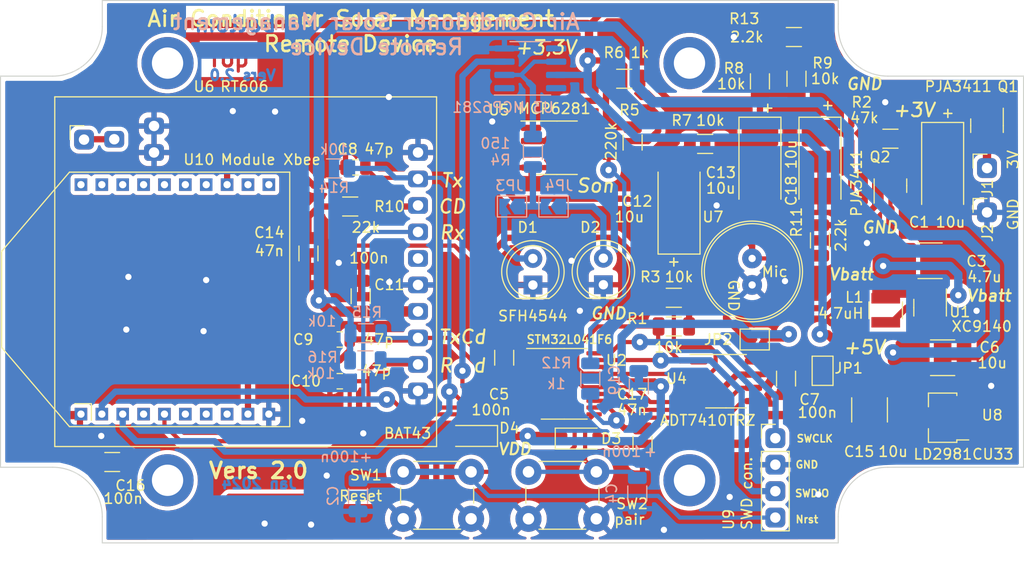
<source format=kicad_pcb>
(kicad_pcb (version 20221018) (generator pcbnew)
  (layers (0 "F.Cu" signal) (31 "B.Cu" signal) (34 "B.Paste" user) (35 "F.Paste" user) (36 "B.SilkS" user "B.Silkscreen") (37 "F.SilkS" user "F.Silkscreen") (38 "B.Mask" user) (39 "F.Mask" user) (44 "Edge.Cuts" user))
  (net 0 "")
  (net 1 "+3V0")
  (net 2 "GND")
  (net 3 "/Reset")
  (net 4 "/Vbatt")
  (net 5 "+5V")
  (net 6 "/UserBP")
  (net 7 "/DataIn")
  (net 8 "/TxCmde")
  (net 9 "/RxCmde")
  (net 10 "/MiC")
  (net 11 "/MIC_InAOP")
  (net 12 "/CarrierDetect")
  (net 13 "/VtGND")
  (net 14 "/LED_Top")
  (net 15 "/LED_Side")
  (net 16 "/SWCLK")
  (net 17 "/SWDIO")
  (net 18 "/LED")
  (net 19 "/Lx")
  (net 20 "/BoostEn")
  (net 21 "/Out_LED")
  (net 22 "/CR_AOP")
  (net 23 "/MicroPhone")
  (net 24 "/CD")
  (net 25 "/CT")
  (net 26 "/INT")
  (net 27 "/CmdeLED_IR")
  (net 28 "/DataOut")
  (net 29 "/SCL")
  (net 30 "/SDA")
  (net 38 "/Ant")
  (net 39 "/piles")
  (net 40 "VDD")
  (net 41 "/Pwr_ADT7410")
  (net 42 "+3V3")
  (net 43 "Net-(C18-Pad1)")
  (net 44 "/Son")
  (footprint "LibKiCad_PjtDeviceManagePV:SW" (layer "F.Cu") (at 64.75 110.5 180)
    (fp_text reference "SW1")
    (fp_text value "BP")
  )
  (footprint "Package_TO_SOT_SMD:SOT-23" (layer "F.Cu") (at 108.25 80.75 90)
    (fp_text reference "Q2")
    (fp_text value "PJA3411")
  )
  (footprint "Capacitor_Tantalum_SMD:CP_EIA-7132-20_AVX-U" (layer "F.Cu") (at 113.25 79 -90)
    (fp_text reference "C1")
    (fp_text value "10u")
  )
  (footprint "Jumper:SolderJumper-2_P1.3mm_Open_TrianglePad1.0x1.5mm" (layer "F.Cu") (at 95.25 95.5)
    (fp_text reference "JP2")
    (fp_text value "SolderJumper_2_Open")
  )
  (footprint "Jumper:SolderJumper-2_P1.3mm_Open_TrianglePad1.0x1.5mm" (layer "F.Cu") (at 101.75 98.5 -90)
    (fp_text reference "JP1")
    (fp_text value "SolderJumper_2_Open")
  )
  (footprint "LibKiCad_PjtDeviceManagePV:PinHeader1Pt" (layer "F.Cu") (at 117.5 79)
    (fp_text reference "J1")
    (fp_text value "pin")
  )
  (footprint "Capacitor_SMD:C_1206_3216Metric" (layer "F.Cu") (at 57.5 91.35 90)
    (fp_text reference "C11")
    (fp_text value "100n")
  )
  (footprint "Package_TO_SOT_SMD:SOT-23" (layer "F.Cu") (at 117.5 75 -90)
    (fp_text reference "Q1")
    (fp_text value "PJA3411")
  )
  (footprint "Resistor_SMD:R_1206_3216Metric" (layer "F.Cu") (at 99 66.5)
    (fp_text reference "R13")
    (fp_text value "2.2k")
  )
  (footprint "LibKiCad_INSA:XBEE-3-TH" (layer "F.Cu") (at 50.705 103.855 90)
    (fp_text reference "U10")
    (fp_text value "XBEE-3")
  )
  (footprint "Resistor_SMD:R_1206_3216Metric" (layer "F.Cu") (at 87.5 94.25 180)
    (fp_text reference "R1")
    (fp_text value "10k")
  )
  (footprint "Diode_SMD:D_SOD-123" (layer "F.Cu") (at 78.5 105)
    (fp_text reference "D3")
    (fp_text value "BAT43W-V")
  )
  (footprint "LED_THT:LED_D5.0mm_IRGrey" (layer "F.Cu") (at 80.75 90.25 90)
    (fp_text reference "D2")
    (fp_text value "SFH4544")
  )
  (footprint "Package_SO:SOIC-8_3.9x4.9mm_P1.27mm" (layer "F.Cu") (at 76.30125 77.115)
    (fp_text reference "U5")
    (fp_text value "MCP6281")
  )
  (footprint "Resistor_SMD:R_1206_3216Metric" (layer "F.Cu") (at 87.5 91.5 180)
    (fp_text reference "R3")
    (fp_text value "10k")
  )
  (footprint "Capacitor_SMD:C_1206_3216Metric" (layer "F.Cu") (at 71.25 97.25 90)
    (fp_text reference "C5")
    (fp_text value "100n")
  )
  (footprint "Capacitor_SMD:C_1206_3216Metric" (layer "F.Cu") (at 52.5 87.25 -90)
    (fp_text reference "C14")
    (fp_text value "47n")
  )
  (footprint "Inductor_SMD:L_Abracon_ASPI-3012S" (layer "F.Cu") (at 107.8 92.7 90)
    (fp_text reference "L1")
    (fp_text value "4.7u")
  )
  (footprint "Capacitor_SMD:C_1206_3216Metric" (layer "F.Cu") (at 84.5 105.5 -90)
    (fp_text reference "C17")
    (fp_text value "47n")
  )
  (footprint "Capacitor_SMD:C_0805_2012Metric" (layer "F.Cu") (at 55.5 95.5 180)
    (fp_text reference "C9")
    (fp_text value "47p")
  )
  (footprint "Capacitor_SMD:C_1206_3216Metric" (layer "F.Cu") (at 98.25 99.25 -90)
    (fp_text reference "C7")
    (fp_text value "100n")
  )
  (footprint "Capacitor_Tantalum_SMD:CP_EIA-7132-20_AVX-U" (layer "F.Cu") (at 101.5 78.5 -90)
    (fp_text reference "C18")
    (fp_text value "10u")
  )
  (footprint "LibKiCad_PjtDeviceManagePV:PinHeader1Pt" (layer "F.Cu") (at 117.5 83.25)
    (fp_text reference "J2")
    (fp_text value "pin")
  )
  (footprint "Package_SO:TSSOP-20_4.4x6.5mm_P0.65mm" (layer "F.Cu") (at 77 99.75)
    (fp_text reference "U2")
    (fp_text value "STM32L041F6Px")
  )
  (footprint "Capacitor_SMD:C_1812_4532Metric" (layer "F.Cu") (at 113.25 97.25)
    (fp_text reference "C6")
    (fp_text value "10u")
  )
  (footprint "Resistor_SMD:R_1206_3216Metric" (layer "F.Cu") (at 90.5 76.75)
    (fp_text reference "R7")
    (fp_text value "10k")
  )
  (footprint "Resistor_SMD:R_1206_3216Metric" (layer "F.Cu") (at 82.75 70.5 180)
    (fp_text reference "R6")
    (fp_text value "1k")
  )
  (footprint "Resistor_SMD:R_1206_3216Metric" (layer "F.Cu") (at 108.25 76.25 180)
    (fp_text reference "R2")
    (fp_text value "47k")
  )
  (footprint "Capacitor_SMD:C_0805_2012Metric" (layer "F.Cu") (at 57 79 180)
    (fp_text reference "C8")
    (fp_text value "47p")
  )
  (footprint "Resistor_SMD:R_1206_3216Metric" (layer "F.Cu") (at 83.55125 76.615 -90)
    (fp_text reference "R5")
    (fp_text value "220k")
  )
  (footprint "Package_SO:SOP-8_3.9x4.9mm_P1.27mm" (layer "F.Cu") (at 92.5 99.5)
    (fp_text reference "U4")
    (fp_text value "ADT7410TRZ")
  )
  (footprint "Capacitor_Tantalum_SMD:CP_EIA-7132-20_AVX-U" (layer "F.Cu") (at 88 83 90)
    (fp_text reference "C12")
    (fp_text value "10u")
  )
  (footprint "Diode_SMD:D_SOD-123" (layer "F.Cu") (at 68.25 104.75 180)
    (fp_text reference "D4")
    (fp_text value "BAT43W-V")
  )
  (footprint "Capacitor_SMD:C_1206_3216Metric" (layer "F.Cu") (at 33.7 107.25)
    (fp_text reference "C16")
    (fp_text value "100n")
  )
  (footprint "Resistor_SMD:R_1206_3216Metric" (layer "F.Cu") (at 99.25 70.5 90)
    (fp_text reference "R9")
    (fp_text value "10k")
  )
  (footprint "Capacitor_SMD:C_1812_4532Metric" (layer "F.Cu") (at 106.25 102.25 90)
    (fp_text reference "C15")
    (fp_text value "10u")
  )
  (footprint "Capacitor_Tantalum_SMD:CP_EIA-7132-20_AVX-U" (layer "F.Cu") (at 95.75 78.5 -90)
    (fp_text reference "C13")
    (fp_text value "10u")
  )
  (footprint "LED_THT:LED_D5.0mm_IRGrey" (layer "F.Cu") (at 74 90.275 90)
    (fp_text reference "D1")
    (fp_text value "SFH4544")
  )
  (footprint "LibKiCad_PjtDeviceManagePV:RT606" (layer "F.Cu") (at 47.5 89)
    (fp_text reference "U6")
    (fp_text value "RT606")
  )
  (footprint "LibKiCad_PjtDeviceManagePV:SW" (layer "F.Cu") (at 76.75 110.5 180)
    (fp_text reference "SW2")
    (fp_text value "BP")
  )
  (footprint "Capacitor_SMD:C_1812_4532Metric" (layer "F.Cu") (at 112.05 87.95)
    (fp_text reference "C3")
    (fp_text value "4.7u")
  )
  (footprint "Package_TO_SOT_SMD:SOT-23-5" (layer "F.Cu") (at 112.05 92.45 -90)
    (fp_text reference "U1")
    (fp_text value "XC9140")
  )
  (footprint "Capacitor_SMD:C_0805_2012Metric" (layer "F.Cu") (at 55.5 99.5 180)
    (fp_text reference "C10")
    (fp_text value "47p")
  )
  (footprint "Resistor_SMD:R_1206_3216Metric" (layer "F.Cu") (at 56.5 82.75)
    (fp_text reference "R10")
    (fp_text value "22k")
  )
  (footprint "Package_TO_SOT_SMD:SOT-89-3_Handsoldering" (layer "F.Cu") (at 113.25 103 180)
    (fp_text reference "U8")
    (fp_text value "LD2981CU33")
  )
  (footprint "LibKiCad_PjtDeviceManagePV:PinHeader1Pt" (layer "F.Cu") (at 31 76.273)
    (fp_text reference "J3" hide)
    (fp_text value "Ant")
  )
  (footprint "Resistor_SMD:R_1206_3216Metric" (layer "F.Cu") (at 95.75 70.75 -90)
    (fp_text reference "R8")
    (fp_text value "10k")
  )
  (footprint "Resistor_SMD:R_1206_3216Metric" (layer "F.Cu") (at 101.5 86 -90)
    (fp_text reference "R11")
    (fp_text value "2.2k")
  )
  (footprint "LibKiCad_PjtDeviceManagePV:Microphone" (layer "F.Cu") (at 95 89 -90)
    (fp_text reference "U7")
    (fp_text value "Microphone")
  )
  (footprint "LibKiCad_PjtDeviceManagePV:PinHeader4pts" (layer "F.Cu") (at 97.5 107.75)
    (fp_text reference "U9")
    (fp_text value "Con_4pts")
  )
  (footprint "Jumper:SolderJumper-2_P1.3mm_Open_TrianglePad1.0x1.5mm" (layer "B.Cu") (at 72 82.75 180)
    (fp_text reference "JP3")
    (fp_text value "SolderJumper_2_Open")
  )
  (footprint "Resistor_SMD:R_1206_3216Metric" (layer "B.Cu") (at 79.5 99.25 -90)
    (fp_text reference "R12")
    (fp_text value "1k")
  )
  (footprint "Resistor_SMD:R_1206_3216Metric" (layer "B.Cu") (at 54.95 79.1)
    (fp_text reference "R14")
    (fp_text value "10k")
  )
  (footprint "Resistor_SMD:R_1206_3216Metric" (layer "B.Cu") (at 58 94.9)
    (fp_text reference "R15")
    (fp_text value "10k")
  )
  (footprint "Capacitor_SMD:C_1206_3216Metric" (layer "B.Cu") (at 84 110.25 -90)
    (fp_text reference "C4")
    (fp_text value "100n")
  )
  (footprint "Package_SO:SOIC-8_3.9x4.9mm_P1.27mm" (layer "B.Cu") (at 73.75 69.5)
    (fp_text reference "U3")
    (fp_text value "MCP6281")
  )
  (footprint "Capacitor_SMD:C_1206_3216Metric" (layer "B.Cu") (at 84.15 100 -90)
    (fp_text reference "C19")
    (fp_text value "100n")
  )
  (footprint "Jumper:SolderJumper-2_P1.3mm_Open_TrianglePad1.0x1.5mm" (layer "B.Cu") (at 75.975 82.75 180)
    (fp_text reference "JP4")
    (fp_text value "SolderJumper_2_Open")
  )
  (footprint "Resistor_SMD:R_1206_3216Metric" (layer "B.Cu") (at 74 77.5 90)
    (fp_text reference "R4")
    (fp_text value "150")
  )
  (footprint "Resistor_SMD:R_1206_3216Metric" (layer "B.Cu") (at 57.95 97.5)
    (fp_text reference "R16")
    (fp_text value "10k")
  )
  (footprint "Capacitor_SMD:C_1206_3216Metric" (layer "B.Cu") (at 57.25 110.5 -90)
    (fp_text reference "C2")
    (fp_text value "100n")
  )
  (gr_line (start 28 107.75) (end 23 107.75) (stroke (width 0.1)) (layer "Edge.Cuts"))
  (gr_line (start 103.25 112.5) (end 103.25 115) (stroke (width 0.1)) (layer "Edge.Cuts"))
  (gr_line (start 108 107.75) (end 121 107.75) (stroke (width 0.1)) (layer "Edge.Cuts"))
  (gr_line (start 32.75 63) (end 103.25 63) (stroke (width 0.1)) (layer "Edge.Cuts"))
  (gr_line (start 121 70.25) (end 121 107.75) (stroke (width 0.1)) (layer "Edge.Cuts"))
  (gr_line (start 32.75 65.5) (end 32.75 63) (stroke (width 0.1)) (layer "Edge.Cuts"))
  (gr_arc (start 103.25 112.5) (mid 104.641243 109.141243) (end 108 107.75) (stroke (width 0.1)) (layer "Edge.Cuts"))
  (gr_arc (start 28 107.75) (mid 31.358757 109.141243) (end 32.75 112.5) (stroke (width 0.1)) (layer "Edge.Cuts"))
  (gr_line (start 23 107.75) (end 23 70.25) (stroke (width 0.1)) (layer "Edge.Cuts"))
  (gr_line (start 32.75 112.5) (end 32.75 115) (stroke (width 0.1)) (layer "Edge.Cuts"))
  (gr_line (start 28 70.25) (end 23 70.25) (stroke (width 0.1)) (layer "Edge.Cuts"))
  (gr_line (start 103.256565 65.250346) (end 103.25 63) (stroke (width 0.1)) (layer "Edge.Cuts"))
  (gr_line (start 103.25 115) (end 32.75 115) (stroke (width 0.1)) (layer "Edge.Cuts"))
  (gr_arc (start 108 70.25) (mid 104.554107 68.7693) (end 103.256565 65.250346) (stroke (width 0.1)) (layer "Edge.Cuts"))
  (gr_line (start 108 70.25) (end 121 70.25) (stroke (width 0.1)) (layer "Edge.Cuts"))
  (gr_arc (start 32.75 65.5) (mid 31.358757 68.858757) (end 28 70.25) (stroke (width 0.1)) (layer "Edge.Cuts"))
  (gr_text "Top" (at 44.85 68.6) (layer "F.Cu") (effects (font (size 1.5 1.5) (thickness 0.3))))
  (gr_text "bottom" (at 45.5 65.25) (layer "B.Cu") (effects (font (size 1.5 1.5) (thickness 0.3)) (justify mirror)))
  (gr_text "Jan 2024" (at 51.5 109.9) (layer "B.Cu") (effects (font (size 1 1) (thickness 0.25) bold) (justify left bottom mirror)))
  (gr_text "Vers 2.0" (at 49.5 70.75) (layer "B.Cu") (effects (font (size 1 1) (thickness 0.25) bold) (justify left bottom mirror)))
  (gr_text "+" (at 85.25 106.25) (layer "B.SilkS") (effects (font (size 1 1)) (justify mirror)))
  (gr_text "100n" (at 55.5 106.75) (layer "B.SilkS") (effects (font (size 1 1)) (justify mirror)))
  (gr_text "100n" (at 82.5 106.25) (layer "B.SilkS") (effects (font (size 1 1)) (justify mirror)))
  (gr_text "+" (at 58 106.75) (layer "B.SilkS") (effects (font (size 1 1)) (justify mirror)))
  (gr_text "1k" (at 76.25 99.75) (layer "B.SilkS") (effects (font (size 1 1)) (justify mirror)))
  (gr_text "150" (at 70.4 76.7) (layer "B.SilkS") (effects (font (size 1 1)) (justify mirror)))
  (gr_text "MCP6281" (at 69.75 73.25) (layer "B.SilkS") (effects (font (size 1 1)) (justify mirror)))
  (gr_text "Air Conditioner Solar Management\nRemote Device" (at 59 66.25) (layer "B.SilkS") (effects (font (size 1.5 1.5) (thickness 0.25)) (justify mirror)))
  (gr_text "GND\n" (at 120 83.5 90) (layer "F.SilkS") (effects (font (size 1 1))))
  (gr_text "ADT7410TRZ" (at 90.75 103.25) (layer "F.SilkS") (effects (font (size 1 1))))
  (gr_text "47k" (at 105.75 74.25) (layer "F.SilkS") (effects (font (size 1 1))))
  (gr_text "10k" (at 91 74.5) (layer "F.SilkS") (effects (font (size 1 1))))
  (gr_text "Tx" (at 66.25 80.25) (layer "F.SilkS") (effects (font (size 1.3 1.3) (thickness 0.2) italic)))
  (gr_text "47p" (at 59.25 95.5) (layer "F.SilkS") (effects (font (size 1 1))))
  (gr_text "1k" (at 84.25 68) (layer "F.SilkS") (effects (font (size 1 1))))
  (gr_text "Air Conditioner Solar Management\nRemote Device" (at 56.55 65.95) (layer "F.SilkS") (effects (font (size 1.5 1.5) (thickness 0.25))))
  (gr_text "2.2k\n" (at 103.5 85.5 90) (layer "F.SilkS") (effects (font (size 1 1))))
  (gr_text "100n\n" (at 101.25 102.5) (layer "F.SilkS") (effects (font (size 1 1))))
  (gr_text "10k" (at 87 96.25) (layer "F.SilkS") (effects (font (size 1 1))))
  (gr_text "Reset" (at 57.5 110.5) (layer "F.SilkS") (effects (font (size 1 1))))
  (gr_text "+3,3V" (at 75.25 67.5) (layer "F.SilkS") (effects (font (size 1.3 1.3) (thickness 0.2) italic)))
  (gr_text "10k" (at 102 70.5) (layer "F.SilkS") (effects (font (size 1 1))))
  (gr_text "PJA3411" (at 105 80.5 90) (layer "F.SilkS") (effects (font (size 1 1))))
  (gr_text "MCP6281" (at 76.05125 73.365) (layer "F.SilkS") (effects (font (size 1 1))))
  (gr_text "GND" (at 81.25 93) (layer "F.SilkS") (effects (font (size 1.1 1.1) (thickness 0.2) italic)))
  (gr_text "Vers 2.0" (at 42.8 108.95) (layer "F.SilkS") (effects (font (size 1.5 1.5) (thickness 0.3) bold) (justify left bottom)))
  (gr_text "LD2981CU33" (at 115.25 106.5) (layer "F.SilkS") (effects (font (size 1 1))))
  (gr_text "4.7u" (at 117.25 89.5) (layer "F.SilkS") (effects (font (size 1 1))))
  (gr_text "10u" (at 83.25 83.75) (layer "F.SilkS") (effects (font (size 1 1))))
  (gr_text "+" (at 102.25 73) (layer "F.SilkS") (effects (font (size 1 1))))
  (gr_text "R  d" (at 67.25 98) (layer "F.SilkS") (effects (font (size 1.3 1.3) (thickness 0.2) italic)))
  (gr_text "+" (at 87.5 88) (layer "F.SilkS") (effects (font (size 1 1))))
  (gr_text "47n" (at 83.5 102.25) (layer "F.SilkS") (effects (font (size 1 1))))
  (gr_text "SWCLK" (at 101 105) (layer "F.SilkS") (effects (font (size 0.7 0.7))))
  (gr_text "SFH4544" (at 74 93.25) (layer "F.SilkS") (effects (font (size 1 1))))
  (gr_text "22k" (at 58 84.75) (layer "F.SilkS") (effects (font (size 1 1))))
  (gr_text "10u" (at 118 97.75) (layer "F.SilkS") (effects (font (size 1 1))))
  (gr_text "Vbatt" (at 117.6995 91.3) (layer "F.SilkS") (effects (font (size 1.1 1.1) (thickness 0.2) italic)))
  (gr_text "SWDIO" (at 100.75 110.25) (layer "F.SilkS") (effects (font (size 0.7 0.7))))
  (gr_text "10u" (at 98.75 77.75 90) (layer "F.SilkS") (effects (font (size 1 1))))
  (gr_text "3V" (at 120 78.25 90) (layer "F.SilkS") (effects (font (size 1 1))))
  (gr_text "RT606 " (at 46.75 71.25) (layer "F.SilkS") (effects (font (size 1 1))))
  (gr_text "PJA3411" (at 114.75 71.25) (layer "F.SilkS") (effects (font (size 1 1))))
  (gr_text "47n" (at 48.75 87) (layer "F.SilkS") (effects (font (size 1 1))))
  (gr_text "10k" (at 93 71) (layer "F.SilkS") (effects (font (size 1 1))))
  (gr_text "220k" (at 81.5 76.5 90) (layer "F.SilkS") (effects (font (size 1 1))))
  (gr_text "2.2k\n" (at 94.5 66.5) (layer "F.SilkS") (effects (font (size 1 1))))
  (gr_text "Mic\n" (at 98.5 89) (layer "F.SilkS") (effects (font (size 1 1)) (justify right)))
  (gr_text "XC9140" (at 117 94.25) (layer "F.SilkS") (effects (font (size 1 1))))
  (gr_text "CD" (at 66.25 82.75) (layer "F.SilkS") (effects (font (size 1.3 1.3) (thickness 0.2) italic)))
  (gr_text "SWD con." (at 94.5 110.25 90) (layer "F.SilkS") (effects (font (size 1 1))))
  (gr_text "BAT43" (at 62 104.5) (layer "F.SilkS") (effects (font (size 1 1))))
  (gr_text "100n" (at 58.3 87.7) (layer "F.SilkS") (effects (font (size 1 1))))
  (gr_text "Son" (at 80 80.75) (layer "F.SilkS") (effects (font (size 1.3 1.3) (thickness 0.2) italic)))
  (gr_text "TxCd" (at 67.25 95.25) (layer "F.SilkS") (effects (font (size 1.3 1.3) (thickness 0.2) italic)))
  (gr_text "100n" (at 34.75 110.75) (layer "F.SilkS") (effects (font (size 1 1))))
  (gr_text "GND" (at 105.75 71) (layer "F.SilkS") (effects (font (size 1.1 1.1) (thickness 0.2) italic)))
  (gr_text "Vbatt" (at 104.5 89.25) (layer "F.SilkS") (effects (font (size 1.1 1.1) (thickness 0.2) italic)))
  (gr_text "Nrst" (at 100.25 112.75) (layer "F.SilkS") (effects (font (size 0.7 0.7))))
  (gr_text "+" (at 113.75 73.75) (layer "F.SilkS") (effects (font (size 1 1)) (justify mirror)))
  (gr_text "GND" (at 107.25 84.75) (layer "F.SilkS") (effects (font (size 1.1 1.1) (thickness 0.2) italic)))
  (gr_text "+5V" (at 105.75 96.25) (layer "F.SilkS") (effects (font (size 1.3 1.3) (thickness 0.2) italic)))
  (gr_text "VDD" (at 72.25 106) (layer "F.SilkS") (effects (font (size 1.1 1.1) (thickness 0.2) italic)))
  (gr_text "Rx" (at 66.25 85.25) (layer "F.SilkS") (effects (font (size 1.3 1.3) (thickness 0.2) italic)))
  (gr_text "100n" (at 70 102.25) (layer "F.SilkS") (effects (font (size 1 1))))
  (gr_text "10u" (at 108.5 106.25) (layer "F.SilkS") (effects (font (size 1 1))))
  (gr_text "10u" (at 114 84.25) (layer "F.SilkS") (effects (font (size 1 1))))
  (gr_text "+" (at 96.5 73.25) (layer "F.SilkS") (effects (font (size 1 1))))
  (gr_text "GND\n" (at 100.25 107.5) (layer "F.SilkS") (effects (font (size 0.7 0.7))))
  (gr_text "10u" (at 92 81) (layer "F.SilkS") (effects (font (size 1 1))))
  (gr_text "STM32L041F6" (at 77.5 95.5) (layer "F.SilkS") (effects (font (size 0.8 0.8))))
  (gr_text "47p" (at 59 98.5) (layer "F.SilkS") (effects (font (size 1 1))))
  (gr_text "+3V" (at 110.5 73.5) (layer "F.SilkS") (effects (font (size 1.3 1.3) (thickness 0.2) italic)))
  (gr_text "10k" (at 88 89.5) (layer "F.SilkS") (effects (font (size 1 1))))
  (gr_text "pair" (at 83.25 112.75) (layer "F.SilkS") (effects (font (size 1 1))))
  (gr_text " Module Xbee" (at 48.5 78.25) (layer "F.SilkS") (effects (font (size 1 1))))
  (gr_text "4.7uH" (at 103.5 93) (layer "F.SilkS") (effects (font (size 1 1))))
  (gr_text "47p" (at 59.25 77.25) (layer "F.SilkS") (effects (font (size 1 1))))
  (via locked (at 39 109) (size 5) (drill 3) (layers "F.Cu" "B.Cu") (net 0))
  (via locked (at 89 109) (size 5) (drill 3) (layers "F.Cu" "B.Cu") (net 0))
  (via locked (at 89 69) (size 5) (drill 3) (layers "F.Cu" "B.Cu") (net 0))
  (via locked (at 39 69) (size 5) (drill 3) (layers "F.Cu" "B.Cu") (net 0))
  (segment (start 116.55 74.0625) (end 116.55 71.7) (width 0.8) (layer "F.Cu") (net 1))
  (segment (start 80.4 105.25) (end 80.15 105) (width 0.6) (layer "F.Cu") (net 1))
  (segment (start 102 106) (end 102.75 106.75) (width 0.8) (layer "F.Cu") (net 1))
  (segment (start 118.5 106.75) (end 120 105.25) (width 0.8) (layer "F.Cu") (net 1))
  (segment (start 113.75 71.5) (end 113.25 72) (width 0.8) (layer "F.Cu") (net 1))
  (segment (start 116.55 71.7) (end 116.75 71.5) (width 0.8) (layer "F.Cu") (net 1))
  (segment (start 113.25 72) (end 113.25 76.025) (width 0.8) (layer "F.Cu") (net 1))
  (segment (start 120 105.25) (end 120 72.75) (width 0.8) (layer "F.Cu") (net 1))
  (segment (start 116.75 71.5) (end 113.75 71.5) (width 0.8) (layer "F.Cu") (net 1))
  (segment (start 100.75 102.75) (end 102 104) (width 0.8) (layer "F.Cu") (net 1))
  (segment (start 113.475 76.25) (end 109.7125 76.25) (width 1) (layer "F.Cu") (net 1))
  (segment (start 118.75 71.5) (end 116.75 71.5) (width 0.8) (layer "F.Cu") (net 1))
  (segment (start 109.7125 76.25) (end 109.7125 81.175) (width 0.8) (layer "F.Cu") (net 1))
  (segment (start 102.75 106.75) (end 118.5 106.75) (width 0.8) (layer "F.Cu") (net 1))
  (segment (start 109.7125 81.175) (end 109.2 81.6875) (width 0.6) (layer "F.Cu") (net 1))
  (segment (start 120 72.75) (end 118.75 71.5) (width 0.8) (layer "F.Cu") (net 1))
  (segment (start 95.25 103.5) (end 96 102.75) (width 0.8) (layer "F.Cu") (net 1))
  (segment (start 95.25 104.75) (end 95.25 103.5) (width 0.8) (layer "F.Cu") (net 1))
  (segment (start 94.5 105.5) (end 95.25 104.75) (width 0.8) (layer "F.Cu") (net 1))
  (segment (start 96 102.75) (end 100.75 102.75) (width 0.8) (layer "F.Cu") (net 1))
  (segment (start 81 105) (end 81.5 105.5) (width 0.8) (layer "F.Cu") (net 1))
  (segment (start 80.15 105) (end 81 105) (width 0.8) (layer "F.Cu") (net 1))
  (segment (start 102 104) (end 102 106) (width 0.8) (layer "F.Cu") (net 1))
  (segment (start 81.5 105.5) (end 94.5 105.5) (width 0.8) (layer "F.Cu") (net 1))
  (segment (start 89.875 100.135) (end 89.875 101.405) (width 0.4) (layer "F.Cu") (net 2))
  (segment (start 78.825 100.075) (end 79.8625 100.075) (width 0.4) (layer "F.Cu") (net 2))
  (segment (start 92.25 100.15) (end 89.99 100.15) (width 0.6) (layer "F.Cu") (net 2))
  (segment (start 106.25 96.5) (end 105.25 95.5) (width 0.6) (layer "F.Cu") (net 2))
  (segment (start 95.125 98.865) (end 93.635 98.865) (width 0.6) (layer "F.Cu") (net 2))
  (segment (start 71.975 90.275) (end 74 90.275) (width 0.6) (layer "F.Cu") (net 2))
  (segment (start 75.575 96.825) (end 78.825 100.075) (width 0.4) (layer "F.Cu") (net 2))
  (segment (start 105.25 95.5) (end 105.25 87) (width 0.6) (layer "F.Cu") (net 2))
  (segment (start 85.25 101.5) (end 89.78 101.5) (width 0.4) (layer "F.Cu") (net 2))
  (segment (start 83.825 100.075) (end 85.25 101.5) (width 0.4) (layer "F.Cu") (net 2))
  (segment (start 74.1375 96.1375) (end 73.75 95.75) (width 0.4) (layer "F.Cu") (net 2))
  (segment (start 93.535 98.865) (end 93.635 98.865) (width 0.6) (layer "F.Cu") (net 2))
  (segment (start 74.1375 96.825) (end 74.1375 96.1375) (width 0.4) (layer "F.Cu") (net 2))
  (segment (start 74.1375 96.825) (end 75.575 96.825) (width 0.4) (layer "F.Cu") (net 2))
  (segment (start 71.275 95.75) (end 71.25 95.775) (width 0.4) (layer "F.Cu") (net 2))
  (segment (start 71.25 91) (end 71.975 90.275) (width 0.6) (layer "F.Cu") (net 2))
  (segment (start 95.75 81.275) (end 101.5 81.275) (width 0.6) (layer "F.Cu") (net 2))
  (segment (start 89.78 101.5) (end 89.875 101.405) (width 0.4) (layer "F.Cu") (net 2))
  (segment (start 105.25 87) (end 106 86.25) (width 0.6) (layer "F.Cu") (net 2))
  (segment (start 112.05 88.7) (end 112.05 91.3125) (width 0.6) (layer "F.Cu") (net 2))
  (segment (start 106.25 100.2) (end 106.25 96.5) (width 0.6) (layer "F.Cu") (net 2))
  (segment (start 79.8625 100.075) (end 83.825 100.075) (width 0.4) (layer "F.Cu") (net 2))
  (segment (start 71.25 95.775) (end 71.25 91) (width 0.6) (layer "F.Cu") (net 2))
  (segment (start 114.1 87.95) (end 112.8 87.95) (width 0.6) (layer "F.Cu") (net 2))
  (segment (start 73.75 95.75) (end 71.275 95.75) (width 0.4) (layer "F.Cu") (net 2))
  (segment (start 92.25 100.15) (end 93.535 98.865) (width 0.6) (layer "F.Cu") (net 2))
  (segment (start 112.8 87.95) (end 112.05 88.7) (width 0.6) (layer "F.Cu") (net 2))
  (via (at 60.2 72.25) (size 1.6) (drill 0.6) (layers "F.Cu" "B.Cu") (net 2))
  (via (at 60.25 90) (size 1.6) (drill 0.6) (layers "F.Cu" "B.Cu") (net 2))
  (via (at 51.9 103.3) (size 1.6) (drill 0.6) (layers "F.Cu" "B.Cu") (net 2))
  (via (at 70.1 74.6) (size 1.6) (drill 0.6) (layers "F.Cu" "B.Cu") (net 2))
  (via (at 91.6 82.65) (size 1.6) (drill 0.6) (layers "F.Cu" "B.Cu") (net 2))
  (via (at 55.4 88.15) (size 1.6) (drill 0.6) (layers "F.Cu" "B.Cu") (net 2))
  (via (at 98.15 89.9) (size 1.6) (drill 0.6) (layers "F.Cu" "B.Cu") (net 2))
  (via (at 54.25 108.55) (size 1.6) (drill 0.6) (layers "F.Cu" "B.Cu") (net 2))
  (via (at 32.65 104.75) (size 1.6) (drill 0.6) (layers "F.Cu" "B.Cu") (net 2))
  (via (at 49.3 73.65) (size 1.6) (drill 0.6) (layers "F.Cu" "B.Cu") (net 2))
  (via (at 48.3 113.15) (size 1.6) (drill 0.6) (layers "F.Cu" "B.Cu") (net 2))
  (via (at 45.25 73.6) (size 1.6) (drill 0.6) (layers "F.Cu" "B.Cu") (net 2))
  (via (at 35.25 89.5) (size 1.6) (drill 0.6) (layers "F.Cu" "B.Cu") (net 2))
  (via (at 107.75 72.75) (size 1.6) (drill 0.6) (layers "F.Cu" "B.Cu") (net 2))
  (via (at 106 86.25) (size 1.6) (drill 0.6) (layers "F.Cu" "B.Cu") (net 2))
  (via (at 35.05 94.55) (size 1.6) (drill 0.6) (layers "F.Cu" "B.Cu") (net 2))
  (via (at 92.85 110.6) (size 1.6) (drill 0.6) (layers "F.Cu" "B.Cu") (net 2))
  (via (at 78.5 92.75) (size 1.6) (drill 0.6) (layers "F.Cu" "B.Cu") (net 2))
  (via (at 57.75 104.5) (size 1.6) (drill 0.6) (layers "F.Cu" "B.Cu") (net 2))
  (via (at 116.5 92.75) (size 1.6) (drill 0.6) (layers "F.Cu" "B.Cu") (net 2))
  (via (at 42.45 94.7) (size 1.6) (drill 0.6) (layers "F.Cu" "B.Cu") (net 2))
  (via (at 93.25 66.5) (size 1.6) (drill 0.6) (layers "F.Cu" "B.Cu") (net 2))
  (via (at 77.7 87.95) (size 1.6) (drill 0.6) (layers "F.Cu" "B.Cu") (net 2))
  (via (at 52.75 113.25) (size 1.6) (drill 0.6) (layers "F.Cu" "B.Cu") (net 2))
  (via (at 101.35 110.35) (size 1.6) (drill 0.6) (layers "F.Cu" "B.Cu") (net 2))
  (via (at 117.9 99.95) (size 1.6) (drill 0.6) (layers "F.Cu" "B.Cu") (net 2))
  (via (at 42.7 89.8) (size 1.6) (drill 0.6) (layers "F.Cu" "B.Cu") (net 2))
  (via (at 86.55 113.75) (size 1.6) (drill 0.6) (layers "F.Cu" "B.Cu") (net 2))
  (segment (start 76.025 98.775) (end 78 100.75) (width 0.4) (layer "F.Cu") (net 3))
  (segment (start 70.06 108.19) (end 68.076 108.19) (width 0.4) (layer "F.Cu") (net 3))
  (segment (start 78 100.75) (end 78 105.75) (width 0.4) (layer "F.Cu") (net 3))
  (segment (start 78 105.75) (end 77.5 106.25) (width 0.4) (layer "F.Cu") (net 3))
  (segment (start 74.1375 98.775) (end 76.025 98.775) (width 0.4) (layer "F.Cu") (net 3))
  (segment (start 77.5 106.25) (end 72 106.25) (width 0.4) (layer "F.Cu") (net 3))
  (segment (start 72 106.25) (end 70.06 108.19) (width 0.4) (layer "F.Cu") (net 3))
  (segment (start 68.076 108.826) (end 68.076 108.19) (width 0.4) (layer "B.Cu") (net 3))
  (segment (start 69.75 110.5) (end 68.076 108.826) (width 0.4) (layer "B.Cu") (net 3))
  (segment (start 61.576 108.19) (end 68.076 108.19) (width 0.6) (layer "B.Cu") (net 3))
  (segment (start 57.275 109) (end 57.25 109.025) (width 0.6) (layer "B.Cu") (net 3))
  (segment (start 97.224 112.576) (end 88.076 112.576) (width 0.4) (layer "B.Cu") (net 3))
  (segment (start 61.576 108.19) (end 60.766 109) (width 0.6) (layer "B.Cu") (net 3))
  (segment (start 88.076 112.576) (end 86 110.5) (width 0.4) (layer "B.Cu") (net 3))
  (segment (start 86 110.5) (end 69.75 110.5) (width 0.4) (layer "B.Cu") (net 3))
  (segment (start 60.766 109) (end 57.275 109) (width 0.6) (layer "B.Cu") (net 3))
  (segment (start 109.7 87.95) (end 110 87.95) (width 0.8) (layer "F.Cu") (net 4))
  (segment (start 108.25 83) (end 108.25 86.5) (width 0.8) (layer "F.Cu") (net 4))
  (segment (start 107.55 87.2) (end 107.55 88.45) (width 0.8) (layer "F.Cu") (net 4))
  (segment (start 114.6875 91.3125) (end 114.75 91.25) (width 0.4) (layer "F.Cu") (net 4))
  (segment (start 108.25 86.5) (end 107.55 87.2) (width 0.8) (layer "F.Cu") (net 4))
  (segment (start 108.25 86.5) (end 109.7 87.95) (width 0.8) (layer "F.Cu") (net 4))
  (segment (start 108.25 79.8125) (end 108.25 83) (width 0.4) (layer "F.Cu") (net 4))
  (segment (start 113 91.3125) (end 114.6875 91.3125) (width 0.4) (layer "F.Cu") (net 4))
  (via (at 107.55 88.45) (size 1.6) (drill 0.6) (layers "F.Cu" "B.Cu") (net 4))
  (via (at 114.75 91.25) (size 1.6) (drill 0.6) (layers "F.Cu" "B.Cu") (net 4))
  (segment (start 107.55 88.45) (end 113.95 88.45) (width 0.8) (layer "B.Cu") (net 4))
  (segment (start 113.95 88.45) (end 114.75 89.25) (width 0.8) (layer "B.Cu") (net 4))
  (segment (start 114.75 89.25) (end 114.75 91.25) (width 0.8) (layer "B.Cu") (net 4))
  (segment (start 110 100.5) (end 114.4 100.5) (width 1) (layer "F.Cu") (net 5))
  (segment (start 114.4 100.5) (end 115.4 101.5) (width 1) (layer "F.Cu") (net 5))
  (segment (start 57.665 92.81) (end 57.5 92.975) (width 0.6) (layer "F.Cu") (net 5))
  (segment (start 108.5 97.5) (end 109.25 98.25) (width 1) (layer "F.Cu") (net 5))
  (segment (start 57.5 92.825) (end 54.575 92.825) (width 1) (layer "F.Cu") (net 5))
  (segment (start 108.5 96.75) (end 108.5 97.5) (width 1) (layer "F.Cu") (net 5))
  (segment (start 62.994 92.81) (end 57.665 92.81) (width 1) (layer "F.Cu") (net 5))
  (segment (start 54.575 92.825) (end 53.5 91.75) (width 1) (layer "F.Cu") (net 5))
  (segment (start 109.25 98.25) (end 109.25 99.75) (width 1) (layer "F.Cu") (net 5))
  (segment (start 109.25 99.75) (end 110 100.5) (width 1) (layer "F.Cu") (net 5))
  (via (at 53.5 91.75) (size 1.6) (drill 0.6) (layers "F.Cu" "B.Cu") (net 5))
  (via (at 108.5 96.75) (size 1.6) (drill 0.6) (layers "F.Cu" "B.Cu") (net 5))
  (segment (start 55 91.75) (end 53.5 91.75) (width 0.6) (layer "B.Cu") (net 5))
  (segment (start 56.4875 94.95) (end 56.5375 94.9) (width 0.6) (layer "B.Cu") (net 5))
  (segment (start 53.5 91.75) (end 53.5 67) (width 1) (layer "B.Cu") (net 5))
  (segment (start 56.5375 93.2875) (end 55 91.75) (width 0.6) (layer "B.Cu") (net 5))
  (segment (start 82 65.5) (end 83.75 67.25) (width 1) (layer "B.Cu") (net 5))
  (segment (start 116.75 96.75) (end 108.5 96.75) (width 1) (layer "B.Cu") (net 5))
  (segment (start 118.25 88.5) (end 118.25 95.25) (width 1) (layer "B.Cu") (net 5))
  (segment (start 101.5 72.75) (end 104.25 75.5) (width 1) (layer "B.Cu") (net 5))
  (segment (start 56.5375 94.9) (end 56.5375 93.2875) (width 0.6) (layer "B.Cu") (net 5))
  (segment (start 55 65.5) (end 82 65.5) (width 1) (layer "B.Cu") (net 5))
  (segment (start 118.25 95.25) (end 116.75 96.75) (width 1) (layer "B.Cu") (net 5))
  (segment (start 83.75 71) (end 85.5 72.75) (width 1) (layer "B.Cu") (net 5))
  (segment (start 83.75 67.25) (end 83.75 71) (width 1) (layer "B.Cu") (net 5))
  (segment (start 53.5 67) (end 55 65.5) (width 1) (layer "B.Cu") (net 5))
  (segment (start 104.25 79.5) (end 110.25 85.5) (width 1) (layer "B.Cu") (net 5))
  (segment (start 104.25 75.5) (end 104.25 79.5) (width 1) (layer "B.Cu") (net 5))
  (segment (start 115.25 85.5) (end 118.25 88.5) (width 1) (layer "B.Cu") (net 5))
  (segment (start 56.4875 97.5) (end 56.4875 94.95) (width 0.6) (layer "B.Cu") (net 5))
  (segment (start 85.5 72.75) (end 101.5 72.75) (width 1) (layer "B.Cu") (net 5))
  (segment (start 110.25 85.5) (end 115.25 85.5) (width 1) (layer "B.Cu") (net 5))
  (segment (start 79 103.5375) (end 79 107.114) (width 0.4) (layer "F.Cu") (net 6))
  (segment (start 79.8625 102.675) (end 79 103.5375) (width 0.4) (layer "F.Cu") (net 6))
  (segment (start 79 107.114) (end 80.076 108.19) (width 0.4) (layer "F.Cu") (net 6))
  (segment (start 83.415 108.19) (end 84 108.775) (width 0.4) (layer "B.Cu") (net 6))
  (segment (start 80.076 108.19) (end 83.415 108.19) (width 0.4) (layer "B.Cu") (net 6))
  (segment (start 73.576 108.19) (end 80.076 108.19) (width 0.4) (layer "B.Cu") (net 6))
  (segment (start 62.884 80) (end 58.95 80) (width 0.4) (layer "F.Cu") (net 7))
  (segment (start 67.125 101.375) (end 66.25 100.5) (width 0.4) (layer "F.Cu") (net 7))
  (segment (start 66.25 100.5) (end 66 100.5) (width 0.4) (layer "F.Cu") (net 7))
  (segment (start 62.884 80) (end 62.994 80.11) (width 0.6) (layer "F.Cu") (net 7))
  (segment (start 58.95 80) (end 57.95 79) (width 0.4) (layer "F.Cu") (net 7))
  (segment (start 74.1375 101.375) (end 67.125 101.375) (width 0.4) (layer "F.Cu") (net 7))
  (via (at 66 100.5) (size 1.6) (drill 0.6) (layers "F.Cu" "B.Cu") (net 7))
  (segment (start 63.104 80) (end 62.994 80.11) (width 0.4) (layer "B.Cu") (net 7))
  (segment (start 60.8 80) (end 62.884 80) (width 0.5) (layer "B.Cu") (net 7))
  (segment (start 59.9 79.1) (end 60.8 80) (width 0.5) (layer "B.Cu") (net 7))
  (segment (start 43.5 105.25) (end 36 105.25) (width 0.6) (layer "B.Cu") (net 7))
  (segment (start 56.4125 79.1) (end 59.9 79.1) (width 0.5) (layer "B.Cu") (net 7))
  (segment (start 59 106.25) (end 44.5 106.25) (width 0.6) (layer "B.Cu") (net 7))
  (segment (start 66 80.75) (end 65.25 80) (width 0.4) (layer "B.Cu") (net 7))
  (segment (start 62.884 80) (end 62.994 80.11) (width 0.5) (layer "B.Cu") (net 7))
  (segment (start 60 105.25) (end 59 106.25) (width 0.6) (layer "B.Cu") (net 7))
  (segment (start 66 100.5) (end 66 80.75) (width 0.4) (layer "B.Cu") (net 7))
  (segment (start 66 102.5) (end 63.25 105.25) (width 0.6) (layer "B.Cu") (net 7))
  (segment (start 63.104 80) (end 65.25 80) (width 0.4) (layer "B.Cu") (net 7))
  (segment (start 63.25 105.25) (end 60 105.25) (width 0.6) (layer "B.Cu") (net 7))
  (segment (start 36 105.25) (end 34.705 103.955) (width 0.6) (layer "B.Cu") (net 7))
  (segment (start 66 100.5) (end 66 102.5) (width 0.6) (layer "B.Cu") (net 7))
  (segment (start 44.5 106.25) (end 43.5 105.25) (width 0.6) (layer "B.Cu") (net 7))
  (segment (start 34.705 103.955) (end 34.705 102.655) (width 0.6) (layer "B.Cu") (net 7))
  (segment (start 56.45 95.5) (end 62.844 95.5) (width 0.6) (layer "F.Cu") (net 8))
  (segment (start 56.45 95.5) (end 56.45 96.55) (width 0.6) (layer "F.Cu") (net 8))
  (segment (start 69.15215 99.40215) (end 69.825 100.075) (width 0.4) (layer "F.Cu") (net 8))
  (segment (start 46.705 98.545) (end 46.705 102.655) (width 0.6) (layer "F.Cu") (net 8))
  (segment (start 55.5 97.5) (end 47.75 97.5) (width 0.6) (layer "F.Cu") (net 8))
  (segment (start 47.75 97.5) (end 46.705 98.545) (width 0.6) (layer "F.Cu") (net 8))
  (segment (start 56.45 96.55) (end 55.5 97.5) (width 0.6) (layer "F.Cu") (net 8))
  (segment (start 62.844 95.5) (end 62.994 95.35) (width 0.6) (layer "F.Cu") (net 8))
  (segment (start 69.825 100.075) (end 74.1375 100.075) (width 0.4) (layer "F.Cu") (net 8))
  (segment (start 69.15215 98.5) (end 69.15215 99.40215) (width 0.4) (layer "F.Cu") (net 8))
  (segment (start 66.00215 95.35) (end 69.15215 98.5) (width 0.4) (layer "F.Cu") (net 8))
  (segment (start 62.994 95.35) (end 66.00215 95.35) (width 0.4) (layer "F.Cu") (net 8))
  (segment (start 62.994 95.35) (end 59.9125 95.35) (width 0.4) (layer "B.Cu") (net 8))
  (segment (start 59.9125 95.35) (end 59.4625 94.9) (width 0.4) (layer "B.Cu") (net 8))
  (segment (start 58.925 102.675) (end 58.25 102) (width 0.4) (layer "F.Cu") (net 9))
  (segment (start 38.705 103.705) (end 38.705 102.655) (width 0.4) (layer "F.Cu") (net 9))
  (segment (start 58.25 102) (end 58.25 98.5) (width 0.4) (layer "F.Cu") (net 9))
  (segment (start 58.25 98.5) (end 58.86 97.89) (width 0.4) (layer "F.Cu") (net 9))
  (segment (start 54.25 105.25) (end 40.25 105.25) (width 0.4) (layer "F.Cu") (net 9))
  (segment (start 56.45 99.5) (end 56.45 103.05) (width 0.4) (layer "F.Cu") (net 9))
  (segment (start 56.45 99.5) (end 58.25 99.5) (width 0.4) (layer "F.Cu") (net 9))
  (segment (start 58.86 97.89) (end 62.994 97.89) (width 0.4) (layer "F.Cu") (net 9))
  (segment (start 40.25 105.25) (end 38.705 103.705) (width 0.4) (layer "F.Cu") (net 9))
  (segment (start 56.45 103.05) (end 54.25 105.25) (width 0.4) (layer "F.Cu") (net 9))
  (segment (start 74.1375 102.675) (end 58.925 102.675) (width 0.4) (layer "F.Cu") (net 9))
  (segment (start 62.604 97.5) (end 62.994 97.89) (width 0.5) (layer "B.Cu") (net 9))
  (segment (start 59.4125 97.5) (end 62.604 97.5) (width 0.5) (layer "B.Cu") (net 9))
  (segment (start 95 86.5) (end 95 87.73) (width 0.6) (layer "F.Cu") (net 10))
  (segment (start 88 85.775) (end 94.275 85.775) (width 0.6) (layer "F.Cu") (net 10))
  (segment (start 95 87.73) (end 100.98 87.73) (width 0.4) (layer "F.Cu") (net 10))
  (segment (start 94.275 85.775) (end 95 86.5) (width 0.6) (layer "F.Cu") (net 10))
  (segment (start 85.5 82) (end 72.218125 82) (width 0.6) (layer "F.Cu") (net 11))
  (segment (start 87.275 80.225) (end 85.5 82) (width 0.6) (layer "F.Cu") (net 11))
  (segment (start 88.0375 80.1875) (end 88.0375 77.75) (width 0.6) (layer "F.Cu") (net 11))
  (segment (start 72.16625 77.75) (end 73.82625 77.75) (width 0.6) (layer "F.Cu") (net 11))
  (segment (start 71.30125 78.615) (end 72.16625 77.75) (width 0.6) (layer "F.Cu") (net 11))
  (segment (start 88.0375 77.75) (end 89.0375 76.75) (width 0.6) (layer "F.Cu") (net 11))
  (segment (start 71.30125 81.083125) (end 71.30125 78.615) (width 0.6) (layer "F.Cu") (net 11))
  (segment (start 88 80.225) (end 88.0375 80.1875) (width 0.6) (layer "F.Cu") (net 11))
  (segment (start 72.218125 82) (end 71.30125 81.083125) (width 0.6) (layer "F.Cu") (net 11))
  (segment (start 88 80.225) (end 87.275 80.225) (width 0.6) (layer "F.Cu") (net 11))
  (segment (start 52.5 83.75) (end 53.5 82.75) (width 0.6) (layer "F.Cu") (net 12))
  (segment (start 52.5 85.775) (end 52.5 83.75) (width 0.6) (layer "F.Cu") (net 12))
  (segment (start 67.75 95.75) (end 67.75 87.75) (width 0.4) (layer "F.Cu") (net 12))
  (segment (start 55 82.7875) (end 55 85.75) (width 0.4) (layer "F.Cu") (net 12))
  (segment (start 55.75 86.5) (end 66.5 86.5) (width 0.4) (layer "F.Cu") (net 12))
  (segment (start 55 85.75) (end 55.75 86.5) (width 0.4) (layer "F.Cu") (net 12))
  (segment (start 53.5 82.75) (end 55.0375 82.75) (width 0.6) (layer "F.Cu") (net 12))
  (segment (start 55.0375 82.75) (end 55 82.7875) (width 0.4) (layer "F.Cu") (net 12))
  (segment (start 72.25 97.5) (end 72.875 98.125) (width 0.4) (layer "F.Cu") (net 12))
  (segment (start 69.5 97.5) (end 67.75 95.75) (width 0.4) (layer "F.Cu") (net 12))
  (segment (start 66.5 86.5) (end 67.75 87.75) (width 0.4) (layer "F.Cu") (net 12))
  (segment (start 72.875 98.125) (end 74.1375 98.125) (width 0.4) (layer "F.Cu") (net 12))
  (segment (start 72.25 97.5) (end 69.5 97.5) (width 0.4) (layer "F.Cu") (net 12))
  (segment (start 95.75 73.5) (end 95.75 72.5) (width 0.6) (layer "F.Cu") (net 13))
  (segment (start 84.2125 70.5) (end 85 70.5) (width 0.6) (layer "F.Cu") (net 13))
  (segment (start 95.75 75.725) (end 95.75 73.5) (width 0.6) (layer "F.Cu") (net 13))
  (segment (start 87 72.5) (end 95.75 72.5) (width 0.6) (layer "F.Cu") (net 13))
  (segment (start 95.75 72.2125) (end 96 71.9625) (width 0.6) (layer "F.Cu") (net 13))
  (segment (start 96 71.9625) (end 99.25 71.9625) (width 0.6) (layer "F.Cu") (net 13))
  (segment (start 95.75 72.5) (end 95.75 72.2125) (width 0.6) (layer "F.Cu") (net 13))
  (segment (start 94.725 76.75) (end 95.75 75.725) (width 0.6) (layer "F.Cu") (net 13))
  (segment (start 85 70.5) (end 87 72.5) (width 0.6) (layer "F.Cu") (net 13))
  (segment (start 91.9625 76.75) (end 94.725 76.75) (width 0.6) (layer "F.Cu") (net 13))
  (segment (start 79.75 82.75) (end 76.2 82.75) (width 0.6) (layer "B.Cu") (net 14))
  (segment (start 80.75 83.75) (end 80.75 87.71) (width 0.6) (layer "B.Cu") (net 14))
  (segment (start 79.75 82.75) (end 80.75 83.75) (width 0.6) (layer "B.Cu") (net 14))
  (segment (start 71.25 86.5) (end 71.25 83.5) (width 0.6) (layer "B.Cu") (net 15))
  (segment (start 72.485 87.735) (end 71.25 86.5) (width 0.6) (layer "B.Cu") (net 15))
  (segment (start 74 87.735) (end 72.485 87.735) (width 0.6) (layer "B.Cu") (net 15))
  (segment (start 82.5 95.75) (end 84.25 95.75) (width 0.4) (layer "F.Cu") (net 16))
  (segment (start 81.425 96.825) (end 82.5 95.75) (width 0.4) (layer "F.Cu") (net 16))
  (segment (start 79.8625 96.825) (end 81.425 96.825) (width 0.4) (layer "F.Cu") (net 16))
  (via (at 84.25 95.75) (size 1.6) (drill 0.6) (layers "F.Cu" "B.Cu") (net 16))
  (segment (start 97.25 101) (end 97.25 104.938) (width 0.6) (layer "B.Cu") (net 16))
  (segment (start 84.25 95.75) (end 92 95.75) (width 0.6) (layer "B.Cu") (net 16))
  (segment (start 97.25 104.938) (end 97.224 104.964) (width 0.6) (layer "B.Cu") (net 16))
  (segment (start 92 95.75) (end 97.25 101) (width 0.6) (layer "B.Cu") (net 16))
  (segment (start 79.8625 97.475) (end 86.225 97.475) (width 0.4) (layer "F.Cu") (net 17))
  (segment (start 86.225 97.475) (end 86.25 97.5) (width 0.4) (layer "F.Cu") (net 17))
  (via (at 86.25 97.5) (size 1.6) (drill 0.6) (layers "F.Cu" "B.Cu") (net 17))
  (segment (start 91 97.5) (end 94 100.5) (width 0.6) (layer "B.Cu") (net 17))
  (segment (start 94 109) (end 95.044 110.044) (width 0.6) (layer "B.Cu") (net 17))
  (segment (start 95.044 110.044) (end 97.224 110.044) (width 0.6) (layer "B.Cu") (net 17))
  (segment (start 86.25 97.5) (end 91 97.5) (width 0.6) (layer "B.Cu") (net 17))
  (segment (start 94 100.5) (end 94 109) (width 0.6) (layer "B.Cu") (net 17))
  (segment (start 72.725 82.75) (end 74.25 82.75) (width 0.6) (layer "B.Cu") (net 18))
  (segment (start 74.25 82.75) (end 75.20048 82.75) (width 0.6) (layer "B.Cu") (net 18))
  (segment (start 74 78.9625) (end 74 82.5) (width 0.6) (layer "B.Cu") (net 18))
  (segment (start 74 82.5) (end 74.25 82.75) (width 0.6) (layer "B.Cu") (net 18))
  (segment (start 110.55 92.45) (end 111.55 92.45) (width 0.4) (layer "F.Cu") (net 19))
  (segment (start 108.4 93.85) (end 109.8 92.45) (width 0.6) (layer "F.Cu") (net 19))
  (segment (start 107.8 93.85) (end 108.4 93.85) (width 0.6) (layer "F.Cu") (net 19))
  (segment (start 109.8 92.45) (end 110.55 92.45) (width 0.6) (layer "F.Cu") (net 19))
  (segment (start 112.9375 93.5875) (end 113 93.5875) (width 0.6) (layer "F.Cu") (net 19))
  (segment (start 111.55 92.45) (end 111.8 92.45) (width 0.4) (layer "F.Cu") (net 19))
  (segment (start 112.05 92.7) (end 112.9375 93.5875) (width 0.6) (layer "F.Cu") (net 19))
  (segment (start 111.8 92.45) (end 112.05 92.7) (width 0.4) (layer "F.Cu") (net 19))
  (segment (start 82 85.75) (end 85.75 89.5) (width 0.6) (layer "F.Cu") (net 20))
  (segment (start 103.5 86) (end 106.7875 82.7125) (width 0.6) (layer "F.Cu") (net 20))
  (segment (start 106.7875 82.7125) (end 106.7875 76.25) (width 0.6) (layer "F.Cu") (net 20))
  (segment (start 69.25 94.15) (end 69.25 88) (width 0.6) (layer "F.Cu") (net 20))
  (segment (start 69.2 96.05) (end 69.9 96.75) (width 0.4) (layer "F.Cu") (net 20))
  (segment (start 91.25 89.5) (end 94.25 92.5) (width 0.6) (layer "F.Cu") (net 20))
  (segment (start 69.2 94.2) (end 69.2 96.05) (width 0.4) (layer "F.Cu") (net 20))
  (segment (start 72.5 96.75) (end 73.225 97.475) (width 0.4) (layer "F.Cu") (net 20))
  (segment (start 102 92.5) (end 103.5 91) (width 0.6) (layer "F.Cu") (net 20))
  (segment (start 103.5 91) (end 103.5 86) (width 0.6) (layer "F.Cu") (net 20))
  (segment (start 94.25 92.5) (end 102 92.5) (width 0.6) (layer "F.Cu") (net 20))
  (segment (start 71.5 85.75) (end 82 85.75) (width 0.6) (layer "F.Cu") (net 20))
  (segment (start 85.75 89.5) (end 91.25 89.5) (width 0.6) (layer "F.Cu") (net 20))
  (segment (start 73.225 97.475) (end 74.1375 97.475) (width 0.4) (layer "F.Cu") (net 20))
  (segment (start 69.9 96.75) (end 72.5 96.75) (width 0.4) (layer "F.Cu") (net 20))
  (segment (start 69.25 88) (end 71.5 85.75) (width 0.6) (layer "F.Cu") (net 20))
  (segment (start 74 76.0375) (end 74 71.25) (width 0.6) (layer "B.Cu") (net 21))
  (segment (start 71.275 70.135) (end 72.865 70.135) (width 0.4) (layer "B.Cu") (net 21))
  (segment (start 74.135 68.865) (end 76.225 68.865) (width 0.4) (layer "B.Cu") (net 21))
  (segment (start 73.625 70.875) (end 73.75 71) (width 0.4) (layer "B.Cu") (net 21))
  (segment (start 74 71.25) (end 73.625 70.875) (width 0.6) (layer "B.Cu") (net 21))
  (segment (start 72.875 70.125) (end 73.625 70.875) (width 0.4) (layer "B.Cu") (net 21))
  (segment (start 72.875 70.125) (end 74.135 68.865) (width 0.4) (layer "B.Cu") (net 21))
  (segment (start 72.865 70.135) (end 72.875 70.125) (width 0.4) (layer "B.Cu") (net 21))
  (segment (start 76.30125 73.365) (end 76.30125 75.365) (width 0.6) (layer "F.Cu") (net 22))
  (segment (start 83.55125 75.1525) (end 81.9025 75.1525) (width 0.6) (layer "F.Cu") (net 22))
  (segment (start 81 70.7875) (end 81.2875 70.5) (width 0.6) (layer "F.Cu") (net 22))
  (segment (start 81.9025 75.1525) (end 81 74.25) (width 0.6) (layer "F.Cu") (net 22))
  (segment (start 81 74.25) (end 81 72.5) (width 0.6) (layer "F.Cu") (net 22))
  (segment (start 76.30125 75.365) (end 75.18625 76.48) (width 0.6) (layer "F.Cu") (net 22))
  (segment (start 81 72.5) (end 81 70.7875) (width 0.6) (layer "F.Cu") (net 22))
  (segment (start 77.05125 72.615) (end 80.885 72.615) (width 0.6) (layer "F.Cu") (net 22))
  (segment (start 80.885 72.615) (end 81 72.5) (width 0.6) (layer "F.Cu") (net 22))
  (segment (start 77.05125 72.615) (end 76.30125 73.365) (width 0.6) (layer "F.Cu") (net 22))
  (segment (start 75.18625 76.48) (end 73.82625 76.48) (width 0.6) (layer "F.Cu") (net 22))
  (segment (start 79.8625 102.025) (end 81.275 102.025) (width 0.4) (layer "F.Cu") (net 23))
  (segment (start 82.775 104.025) (end 82 103.25) (width 0.6) (layer "F.Cu") (net 23))
  (segment (start 84.5 104.025) (end 82.775 104.025) (width 0.6) (layer "F.Cu") (net 23))
  (segment (start 81.275 102.025) (end 82 102.75) (width 0.4) (layer "F.Cu") (net 23))
  (segment (start 82 102.75) (end 82 103.5) (width 0.4) (layer "F.Cu") (net 23))
  (via (at 82 103.25) (size 1.6) (drill 0.6) (layers "F.Cu" "B.Cu") (net 23))
  (segment (start 79.5 100.7125) (end 79.5 102.25) (width 0.4) (layer "B.Cu") (net 23))
  (segment (start 80.75 103.5) (end 82 103.5) (width 0.4) (layer "B.Cu") (net 23))
  (segment (start 79.5 102.25) (end 80.75 103.5) (width 0.4) (layer "B.Cu") (net 23))
  (segment (start 45.5 78.25) (end 44.705 79.045) (width 0.6) (layer "F.Cu") (net 24))
  (segment (start 57.9625 82.75) (end 57.9625 81.4625) (width 0.6) (layer "F.Cu") (net 24))
  (segment (start 44.705 79.045) (end 44.705 80.655) (width 0.6) (layer "F.Cu") (net 24))
  (segment (start 53 80.75) (end 50.5 78.25) (width 0.6) (layer "F.Cu") (net 24))
  (segment (start 57.9625 81.4625) (end 57.25 80.75) (width 0.6) (layer "F.Cu") (net 24))
  (segment (start 62.894 82.75) (end 62.994 82.65) (width 0.6) (layer "F.Cu") (net 24))
  (segment (start 57.9625 82.75) (end 62.894 82.75) (width 0.6) (layer "F.Cu") (net 24))
  (segment (start 50.5 78.25) (end 45.5 78.25) (width 0.6) (layer "F.Cu") (net 24))
  (segment (start 57.25 80.75) (end 53 80.75) (width 0.6) (layer "F.Cu") (net 24))
  (segment (start 93.865 100.135) (end 95.125 100.135) (width 0.4) (layer "F.Cu") (net 25))
  (segment (start 91.75 102.25) (end 93.865 100.135) (width 0.4) (layer "F.Cu") (net 25))
  (segment (start 82.975 100.725) (end 84.5 102.25) (width 0.4) (layer "F.Cu") (net 25))
  (segment (start 84.5 102.25) (end 91.75 102.25) (width 0.4) (layer "F.Cu") (net 25))
  (segment (start 79.8625 100.725) (end 82.975 100.725) (width 0.4) (layer "F.Cu") (net 25))
  (segment (start 95.125 101.405) (end 94.095 101.405) (width 0.4) (layer "F.Cu") (net 26))
  (segment (start 92.5 103) (end 84 103) (width 0.4) (layer "F.Cu") (net 26))
  (segment (start 94.095 101.405) (end 92.5 103) (width 0.4) (layer "F.Cu") (net 26))
  (segment (start 82.375 101.375) (end 79.8625 101.375) (width 0.4) (layer "F.Cu") (net 26))
  (segment (start 84 103) (end 82.375 101.375) (width 0.4) (layer "F.Cu") (net 26))
  (segment (start 74.1375 100.725) (end 67.975 100.725) (width 0.4) (layer "F.Cu") (net 27))
  (segment (start 67.25 100) (end 67.25 98.5) (width 0.4) (layer "F.Cu") (net 27))
  (segment (start 67.975 100.725) (end 67.25 100) (width 0.4) (layer "F.Cu") (net 27))
  (via (at 67.25 98.5) (size 1.6) (drill 0.6) (layers "F.Cu" "B.Cu") (net 27))
  (segment (start 68.635 68.865) (end 71.275 68.865) (width 0.6) (layer "B.Cu") (net 27))
  (segment (start 67.25 98.5) (end 67.25 70.25) (width 0.6) (layer "B.Cu") (net 27))
  (segment (start 67.25 70.25) (end 68.635 68.865) (width 0.6) (layer "B.Cu") (net 27))
  (segment (start 74.1375 102.025) (end 61.275 102.025) (width 0.4) (layer "F.Cu") (net 28))
  (segment (start 61.275 102.025) (end 60.5 101.25) (width 0.4) (layer "F.Cu") (net 28))
  (segment (start 60.5 101.25) (end 60 101.25) (width 0.4) (layer "F.Cu") (net 28))
  (via (at 60 101.25) (size 1.6) (drill 0.6) (layers "F.Cu" "B.Cu") (net 28))
  (segment (start 58.56 85.19) (end 62.994 85.19) (width 0.4) (layer "B.Cu") (net 28))
  (segment (start 57.75 86) (end 58.56 85.19) (width 0.4) (layer "B.Cu") (net 28))
  (segment (start 51.5 100.5) (end 34 100.5) (width 0.6) (layer "B.Cu") (net 28))
  (segment (start 32.705 101.795) (end 32.705 102.655) (width 0.6) (layer "B.Cu") (net 28))
  (segment (start 52.25 101.25) (end 51.5 100.5) (width 0.6) (layer "B.Cu") (net 28))
  (segment (start 60 101.25) (end 52.25 101.25) (width 0.6) (layer "B.Cu") (net 28))
  (segment (start 57.75 101.25) (end 57.75 86) (width 0.4) (layer "B.Cu") (net 28))
  (segment (start 34 100.5) (end 32.705 101.795) (width 0.6) (layer "B.Cu") (net 28))
  (segment (start 80.25 94.25) (end 86.0375 94.25) (width 0.4) (layer "F.Cu") (net 29))
  (segment (start 79.8625 98.775) (end 78.775 98.775) (width 0.4) (layer "F.Cu") (net 29))
  (segment (start 78.775 98.775) (end 78.25 98.25) (width 0.4) (layer "F.Cu") (net 29))
  (segment (start 89.875 97.595) (end 88.095 97.595) (width 0.4) (layer "F.Cu") (net 29))
  (segment (start 78.25 96.25) (end 80.25 94.25) (width 0.4) (layer "F.Cu") (net 29))
  (segment (start 78.25 98.25) (end 78.25 96.25) (width 0.4) (layer "F.Cu") (net 29))
  (segment (start 86 94.2875) (end 86.0375 94.25) (width 0.4) (layer "F.Cu") (net 29))
  (segment (start 86 95.5) (end 86 94.2875) (width 0.4) (layer "F.Cu") (net 29))
  (segment (start 88.095 97.595) (end 86 95.5) (width 0.4) (layer "F.Cu") (net 29))
  (segment (start 91.5 98.25) (end 91.5 96.75) (width 0.4) (layer "F.Cu") (net 30))
  (segment (start 81.331916 98.800489) (end 80.656427 98.125) (width 0.4) (layer "F.Cu") (net 30))
  (segment (start 88 96.25) (end 87.5 95.75) (width 0.4) (layer "F.Cu") (net 30))
  (segment (start 87.5 92.75) (end 86.25 91.5) (width 0.4) (layer "F.Cu") (net 30))
  (segment (start 90.885 98.865) (end 91.5 98.25) (width 0.4) (layer "F.Cu") (net 30))
  (segment (start 87.5 95.75) (end 87.5 92.75) (width 0.4) (layer "F.Cu") (net 30))
  (segment (start 91 96.25) (end 88 96.25) (width 0.4) (layer "F.Cu") (net 30))
  (segment (start 89.810489 98.800489) (end 81.331916 98.800489) (width 0.4) (layer "F.Cu") (net 30))
  (segment (start 91.5 96.75) (end 91 96.25) (width 0.4) (layer "F.Cu") (net 30))
  (segment (start 89.875 98.865) (end 89.810489 98.800489) (width 0.4) (layer "F.Cu") (net 30))
  (segment (start 80.656427 98.125) (end 79.8625 98.125) (width 0.4) (layer "F.Cu") (net 30))
  (segment (start 89.875 98.865) (end 90.885 98.865) (width 0.4) (layer "F.Cu") (net 30))
  (segment (start 31.05 76.3) (end 33.894 76.3) (width 0.6) (layer "F.Cu") (net 38))
  (segment (start 117.5 79.0635) (end 117.5 75.9375) (width 0.8) (layer "F.Cu") (net 39))
  (segment (start 74.1375 99.425) (end 75.175 99.425) (width 0.4) (layer "F.Cu") (net 40))
  (segment (start 76.85 101.1) (end 76.85 105) (width 0.4) (layer "F.Cu") (net 40))
  (segment (start 76.6 104.75) (end 76.85 105) (width 0.4) (layer "F.Cu") (net 40))
  (segment (start 69.9 104.75) (end 73.5 104.75) (width 0.8) (layer "F.Cu") (net 40))
  (segment (start 79.8625 99.425) (end 85.675 99.425) (width 0.4) (layer "F.Cu") (net 40))
  (segment (start 85.675 99.425) (end 86.25 100) (width 0.4) (layer "F.Cu") (net 40))
  (segment (start 98 95.5) (end 96.5 95.5) (width 0.4) (layer "F.Cu") (net 40))
  (segment (start 75.175 99.425) (end 76.85 101.1) (width 0.4) (layer "F.Cu") (net 40))
  (segment (start 98 95.5) (end 98.5 95) (width 0.4) (layer "F.Cu") (net 40))
  (segment (start 74.1375 99.425) (end 71.95 99.425) (width 0.4) (layer "F.Cu") (net 40))
  (segment (start 71.95 99.425) (end 71.25 98.725) (width 0.4) (layer "F.Cu") (net 40))
  (segment (start 73.5 104.75) (end 76.6 104.75) (width 0.8) (layer "F.Cu") (net 40))
  (via (at 73.5 104.75) (size 1.6) (drill 0.6) (layers "F.Cu" "B.Cu") (net 40))
  (via (at 98.5 95) (size 1.6) (drill 0.6) (layers "F.Cu" "B.Cu") (net 40))
  (via (at 86.25 100) (size 1.6) (drill 0.6) (layers "F.Cu" "B.Cu") (net 40))
  (segment (start 93.75 94) (end 94.75 95) (width 0.8) (layer "B.Cu") (net 40))
  (segment (start 82.5 99) (end 82.5 95.25) (width 0.8) (layer "B.Cu") (net 40))
  (segment (start 82.5 95.25) (end 83.75 94) (width 0.8) (layer "B.Cu") (net 40))
  (segment (start 73.5 104.75) (end 74 105.25) (width 0.4) (layer "B.Cu") (net 40))
  (segment (start 86.25 103.25) (end 86.25 100) (width 0.8) (layer "B.Cu") (net 40))
  (segment (start 84.15 98.525) (end 84.15 100) (width 0.8) (layer "B.Cu") (net 40))
  (segment (start 74 105.25) (end 84.25 105.25) (width 0.8) (layer "B.Cu") (net 40))
  (segment (start 83.5 100) (end 82.5 99) (width 0.8) (layer "B.Cu") (net 40))
  (segment (start 83.75 94) (end 93.75 94) (width 0.8) (layer "B.Cu") (net 40))
  (segment (start 84.15 100) (end 83.5 100) (width 0.8) (layer "B.Cu") (net 40))
  (segment (start 94.75 95) (end 98.5 95) (width 0.8) (layer "B.Cu") (net 40))
  (segment (start 86.25 100) (end 84.15 100) (width 0.8) (layer "B.Cu") (net 40))
  (segment (start 84.25 105.25) (end 86.25 103.25) (width 0.8) (layer "B.Cu") (net 40))
  (segment (start 99.775 97.775) (end 98.25 97.775) (width 0.6) (layer "F.Cu") (net 41))
  (segment (start 92.5 93.475) (end 92.5 92.75) (width 0.6) (layer "F.Cu") (net 41))
  (segment (start 94.525 95.5) (end 92.5 93.475) (width 0.6) (layer "F.Cu") (net 41))
  (segment (start 94.525 95.5) (end 94.525 96.995) (width 0.6) (layer "F.Cu") (net 41))
  (segment (start 98.07 97.595) (end 98.25 97.775) (width 0.6) (layer "F.Cu") (net 41))
  (segment (start 94.525 96.995) (end 95.125 97.595) (width 0.6) (layer "F.Cu") (net 41))
  (segment (start 100.275 97.775) (end 99.775 97.775) (width 0.6) (layer "F.Cu") (net 41))
  (segment (start 91.25 91.5) (end 88.9625 91.5) (width 0.6) (layer "F.Cu") (net 41))
  (segment (start 88.9625 91.5) (end 88.9625 94.25) (width 0.6) (layer "F.Cu") (net 41))
  (segment (start 95.125 97.595) (end 98.07 97.595) (width 0.6) (layer "F.Cu") (net 41))
  (segment (start 92.5 92.75) (end 91.25 91.5) (width 0.6) (layer "F.Cu") (net 41))
  (segment (start 101.75 97.775) (end 100.275 97.775) (width 0.6) (layer "F.Cu") (net 41))
  (segment (start 42.5 113) (end 36.25 113) (width 0.6) (layer "F.Cu") (net 42))
  (segment (start 95.7125 64.4625) (end 95.25 64) (width 0.6) (layer "F.Cu") (net 42))
  (segment (start 106.75 105.5) (end 106.25 105) (width 0.8) (layer "F.Cu") (net 42))
  (segment (start 86 74) (end 86 75.5) (width 0.6) (layer "F.Cu") (net 42))
  (segment (start 27 73.95) (end 27 101) (width 0.8) (layer "F.Cu") (net 42))
  (segment (start 115.4 104.85) (end 114.75 105.5) (width 0.8) (layer "F.Cu") (net 42))
  (segment (start 32.5 72) (end 28.95 72) (width 0.8) (layer "F.Cu") (net 42))
  (segment (start 79.25 68.75) (end 82.25 68.75) (width 0.6) (layer "F.Cu") (net 42))
  (segment (start 66.6 104.75) (end 66.6 104.9) (width 0.6) (layer "F.Cu") (net 42))
  (segment (start 101.75 99.225) (end 101.75 99.75) (width 0.4) (layer "F.Cu") (net 42))
  (segment (start 95.7125 69.25) (end 95.75 69.2875) (width 0.6) (layer "F.Cu") (net 42))
  (segment (start 30.61 105.635) (end 32.225 107.25) (width 0.6) (layer "F.Cu") (net 42))
  (segment (start 63.921909 110.578091) (end 44.921909 110.578091) (width 0.6) (layer "F.Cu") (net 42))
  (segment (start 102.25 95) (end 101.5 95) (width 0.4) (layer "F.Cu") (net 42))
  (segment (start 28.95 72) (end 27 73.95) (width 0.8) (layer "F.Cu") (net 42))
  (segment (start 79.25 65.25) (end 36.45 65.25) (width 0.8) (layer "F.Cu") (net 42))
  (segment (start 104.55 104.3) (end 106.25 104.3) (width 0.8) (layer "F.Cu") (net 42))
  (segment (start 64.75 106.75) (end 64.75 109.75) (width 0.6) (layer "F.Cu") (net 42))
  (segment (start 115.4 104.5) (end 115.4 104.85) (width 0.8) (layer "F.Cu") (net 42))
  (segment (start 79.375 68.625) (end 79.375 65.375) (width 0.8) (layer "F.Cu") (net 42))
  (segment (start 34.4 67.3) (end 34.4 70.1) (width 0.8) (layer "F.Cu") (net 42))
  (segment (start 33.7 108.725) (end 32.225 107.25) (width 0.6) (layer "F.Cu") (net 42))
  (segment (start 36.25 113) (end 33.7 110.45) (width 0.6) (layer "F.Cu") (net 42))
  (segment (start 95.25 64) (end 80.75 64) (width 0.6) (layer "F.Cu") (net 42))
  (segment (start 96.7875 65.75) (end 97.5375 66.5) (width 0.6) (layer "F.Cu") (net 42))
  (segment (start 66.6 104.9) (end 64.75 106.75) (width 0.6) (layer "F.Cu") (net 42))
  (segment (start 95.7125 65.75) (end 95.7125 64.4625) (width 0.6) (layer "F.Cu") (net 42))
  (segment (start 27 101) (end 28.75 102.75) (width 0.8) (layer "F.Cu") (net 42))
  (segment (start 28.75 102.75) (end 30.61 102.75) (width 0.8) (layer "F.Cu") (net 42))
  (segment (start 80.75 64) (end 79.375 65.375) (width 0.6) (layer "F.Cu") (net 42))
  (segment (start 33.7 110.45) (end 33.7 108.725) (width 0.6) (layer "F.Cu") (net 42))
  (segment (start 95.7125 65.75) (end 95.7125 69.25) (width 0.6) (layer "F.Cu") (net 42))
  (segment (start 95.7125 65.75) (end 96.7875 65.75) (width 0.6) (layer "F.Cu") (net 42))
  (segment (start 86 75.5) (end 85.02 76.48) (width 0.6) (layer "F.Cu") (net 42))
  (segment (start 44.921909 110.578091) (end 42.5 113) (width 0.6) (layer "F.Cu") (net 42))
  (segment (start 103.5 98.75) (end 103.5 96.25) (width 0.8) (layer "F.Cu") (net 42))
  (segment (start 101.75 99.225) (end 102.475 99.225) (width 0.4) (layer "F.Cu") (net 42))
  (segment (start 101.75 101.75) (end 101.75 99.75) (width 0.8) (layer "F.Cu") (net 42))
  (segment (start 104.3 104.3) (end 101.75 101.75) (width 0.8) (layer "F.Cu") (net 42))
  (segment (start 103.5 98.75) (end 103 99.25) (width 0.8) (layer "F.Cu") (net 42))
  (segment (start 82.75 69.25) (end 82.75 72) (width 0.6) (layer "F.Cu") (net 42))
  (segment (start 34.4 70.1) (end 32.5 72) (width 0.8) (layer "F.Cu") (net 42))
  (segment (start 64.75 109.75) (end 63.921909 110.578091) (width 0.6) (layer "F.Cu") (net 42))
  (segment (start 104.55 104.3) (end 104.3 104.3) (width 0.6) (layer "F.Cu") (net 42))
  (segment (start 82.25 68.75) (end 82.75 69.25) (width 0.6) (layer "F.Cu") (net 42))
  (segment (start 79.25 68.75) (end 79.375 68.625) (width 0.8) (layer "F.Cu") (net 42))
  (segment (start 85.25 73.25) (end 86 74) (width 0.6) (layer "F.Cu") (net 42))
  (segment (start 106.25 105) (end 106.25 104.3) (width 0.8) (layer "F.Cu") (net 42))
  (segment (start 79.375 65.375) (end 79.25 65.25) (width 0.6) (layer "F.Cu") (net 42))
  (segment (start 103 99.25) (end 102.5 99.25) (width 0.8) (layer "F.Cu") (net 42))
  (segment (start 102.475 99.225) (end 102.5 99.25) (width 0.4) (layer "F.Cu") (net 42))
  (segment (start 30.61 102.75) (end 30.61 105.635) (width 0.6) (layer "F.Cu") (net 42))
  (segment (start 103.5 96.25) (end 102.25 95) (width 0.8) (layer "F.Cu") (net 42))
  (segment (start 84 73.25) (end 85.25 73.25) (width 0.6) (layer "F.Cu") (net 42))
  (segment (start 85.02 76.48) (end 78.77625 76.48) (width 0.6) (layer "F.Cu") (net 42))
  (segment (start 82.75 72) (end 84 73.25) (width 0.6) (layer "F.Cu") (net 42))
  (segment (start 114.75 105.5) (end 106.75 105.5) (width 0.8) (layer "F.Cu") (net 42))
  (segment (start 36.45 65.25) (end 34.4 67.3) (width 0.8) (layer "F.Cu") (net 42))
  (via (at 101.5 95) (size 1.6) (drill 0.6) (layers "F.Cu" "B.Cu") (net 42))
  (via (at 79.25 68.75) (size 1.6) (drill 0.6) (layers "F.Cu" "B.Cu") (net 42))
  (segment (start 101.75 77.75) (end 101.75 94.75) (width 0.8) (layer "B.Cu") (net 42))
  (segment (start 76.225 70.135) (end 79.115 70.135) (width 0.6) (layer "B.Cu") (net 42))
  (segment (start 79.25 71.5) (end 83.9 76.15) (width 0.8) (layer "B.Cu") (net 42))
  (segment (start 100.15 76.15) (end 101.75 77.75) (width 0.8) (layer "B.Cu") (net 42))
  (segment (start 101.75 94.75) (end 101.5 95) (width 0.6) (layer "B.Cu") (net 42))
  (segment (start 79.25 68.75) (end 79.25 71.5) (width 0.8) (layer "B.Cu") (net 42))
  (segment (start 83.9 76.15) (end 100.15 76.15) (width 0.8) (layer "B.Cu") (net 42))
  (segment (start 104.5 76.5) (end 103.725 75.725) (width 0.6) (layer "F.Cu") (net 43))
  (segment (start 103.725 75.725) (end 101.5 75.725) (width 0.6) (layer "F.Cu") (net 43))
  (segment (start 100.4625 66.9625) (end 101.75 68.25) (width 0.6) (layer "F.Cu") (net 43))
  (segment (start 100.4625 66.5) (end 100.4625 66.9625) (width 0.6) (layer "F.Cu") (net 43))
  (segment (start 101.75 68.25) (end 101.75 69.75) (width 0.6) (layer "F.Cu") (net 43))
  (segment (start 104.5 74.95) (end 103.725 75.725) (width 0.6) (layer "F.Cu") (net 43))
  (segment (start 104.5 83.25) (end 104.5 76.5) (width 0.6) (layer "F.Cu") (net 43))
  (segment (start 103.2125 84.5375) (end 104.5 83.25) (width 0.6) (layer "F.Cu") (net 43))
  (segment (start 104.5 72.5) (end 104.5 74.95) (width 0.6) (layer "F.Cu") (net 43))
  (segment (start 101.75 69.75) (end 104.5 72.5) (width 0.6) (layer "F.Cu") (net 43))
  (segment (start 101.5 84.5375) (end 103.2125 84.5375) (width 0.6) (layer "F.Cu") (net 43))
  (segment (start 81.25 78.25) (end 81.25 79.25) (width 0.4) (layer "F.Cu") (net 44))
  (segment (start 78.77625 77.75) (end 80.5 77.75) (width 0.4) (layer "F.Cu") (net 44))
  (segment (start 80.8275 78.0775) (end 83.55125 78.0775) (width 0.4) (layer "F.Cu") (net 44))
  (segment (start 80.5 77.75) (end 80.8275 78.0775) (width 0.4) (layer "F.Cu") (net 44))
  (via (at 81.25 79.25) (size 1.6) (drill 0.6) (layers "F.Cu" "B.Cu") (net 44))
  (segment (start 82.75 91.25) (end 82.75 80.5) (width 0.4) (layer "B.Cu") (net 44))
  (segment (start 79.5 94.5) (end 82.75 91.25) (width 0.4) (layer "B.Cu") (net 44))
  (segment (start 81.5 79.25) (end 81.25 79.25) (width 0.4) (layer "B.Cu") (net 44))
  (segment (start 79.5 97.7875) (end 79.5 94.5) (width 0.4) (layer "B.Cu") (net 44))
  (segment (start 82.75 80.5) (end 81.5 79.25) (width 0.4) (layer "B.Cu") (net 44))
  (zone (net 0) (net_name "") (layer "F.Cu") (name "Exclusion_ant") (connect_pads (clearance 0)) (min_thickness 0.254)
    (keepout (tracks allowed) (vias allowed) (pads allowed) (copperpour not_allowed) (footprints allowed))
    (fill (thermal_gap 0.508) (thermal_bridge_width 0.508))
    (polygon (pts (xy 35.5 77.5) (xy 29.5 77.5) (xy 29.5 75) (xy 35.5 75)))
  )
  (zone (net 0) (net_name "") (layer "F.Cu") (name "exclusion_uC") (connect_pads (clearance 0)) (min_thickness 0.254)
    (keepout (tracks allowed) (vias allowed) (pads allowed) (copperpour not_allowed) (footprints allowed))
    (fill (thermal_gap 0.508) (thermal_bridge_width 0.508))
    (polygon (pts (xy 94.25 104) (xy 70 104) (xy 70 93.75) (xy 94 93.75)))
  )
  (zone (net 2) (net_name "GND") (layer "F.Cu") (connect_pads yes (clearance 0)) (min_thickness 0.254) (fill yes (thermal_gap 0.508) (thermal_bridge_width 0.508))
    (polygon (pts (xy 115.5 89.75) (xy 112.75 89.75) (xy 112.75 85.75) (xy 115.5 85.75)))
  )
  (zone (net 2) (net_name "GND") (layer "F.Cu") (name "GND") (connect_pads (clearance 0.4)) (min_thickness 0.25) (fill yes (thermal_gap 0.508) (thermal_bridge_width 0.508))
    (polygon (pts (xy 33.2 63.25) (xy 33.2 66.3) (xy 33 67.1) (xy 32.5 68.1) (xy 31.7 69.1) (xy 31 69.7) (xy 30.2 70.2) (xy 29.5 70.5) (xy 28.8 70.7) (xy 23.45 70.7) (xy 23.45 107.3) (xy 28.65 107.3) (xy 29.15 107.4) (xy 29.65 107.55) (xy 30.5 107.9) (xy 31.15 108.35) (xy 31.7 108.9) (xy 32.3 109.55) (xy 32.7 110.3) (xy 33 110.95) (xy 33.15 112) (xy 33.15 114.7) (xy 102.95 114.65) (xy 102.95 112) (xy 103.05 111.35) (xy 103.35 110.55) (xy 103.75 109.75) (xy 104.4 108.95) (xy 105.1 108.35) (xy 105.8 107.95) (xy 106.55 107.65) (xy 107.3 107.5) (xy 120.55 107.5) (xy 120.45 70.6) (xy 107.4 70.6) (xy 106.5 70.4) (xy 105.65 70.05) (xy 104.75 69.5) (xy 103.85 68.6) (xy 103.3 67.6) (xy 103 66.75) (xy 102.9 65.95) (xy 102.9 63.25)))
  )
  (zone (net 0) (net_name "") (layer "F.Cu") (name "exclusion_Ind") (connect_pads (clearance 0)) (min_thickness 0.254)
    (keepout (tracks allowed) (vias allowed) (pads allowed) (copperpour not_allowed) (footprints allowed))
    (fill (thermal_gap 0.508) (thermal_bridge_width 0.508))
    (polygon (pts (xy 110 94.75) (xy 106 94.75) (xy 106 91.75) (xy 110 91.75)))
  )
  (zone (net 4) (net_name "/Vbatt") (layer "F.Cu") (priority 1) (connect_pads yes (clearance 0.4)) (min_thickness 0.254) (fill yes (thermal_gap 0.508) (thermal_bridge_width 0.508))
    (polygon (pts (xy 110.25 89.5) (xy 111 90.25) (xy 111 91.5) (xy 109.25 91.5) (xy 106.5 91.5) (xy 106.55 87.75) (xy 107.75 86.5) (xy 110.25 86.5)))
  )
  (zone (net 5) (net_name "+5V") (layer "F.Cu") (name "5V") (priority 1) (connect_pads yes (clearance 0)) (min_thickness 0.254) (fill yes (thermal_gap 0.508) (thermal_bridge_width 0.508))
    (polygon (pts (xy 112 94) (xy 112 101) (xy 109.75 101) (xy 108.75 100) (xy 108.75 95.75) (xy 109 95.5) (xy 109.75 95.5) (xy 110.25 95) (xy 110.25 94) (xy 110.75 93.5) (xy 111.5 93.5)))
  )
  (zone (net 0) (net_name "") (layer "B.Cu") (name "exclusion") (connect_pads (clearance 0)) (min_thickness 0.254)
    (keepout (tracks allowed) (vias allowed) (pads allowed) (copperpour not_allowed) (footprints allowed))
    (fill (thermal_gap 0.508) (thermal_bridge_width 0.508))
    (polygon (pts (xy 109.75 94.75) (xy 106.25 94.75) (xy 106.25 90.75) (xy 109.75 90.75)))
  )
  (zone (net 2) (net_name "GND") (layer "B.Cu") (name "GND") (connect_pads (clearance 0.4)) (min_thickness 0.254) (fill yes (thermal_gap 0.508) (thermal_bridge_width 0.508))
    (polygon (pts (xy 33.2 63.25) (xy 33.2 66.1) (xy 33 67) (xy 32.75 67.65) (xy 32.35 68.3) (xy 31.8 69.05) (xy 31.1 69.6) (xy 30.35 70.1) (xy 29.8 70.4) (xy 28.9 70.7) (xy 23.45 70.7) (xy 23.45 107.3) (xy 28.65 107.3) (xy 29.3 107.45) (xy 29.65 107.55) (xy 30.15 107.75) (xy 30.55 107.95) (xy 30.95 108.2) (xy 31.35 108.5) (xy 31.6 108.8) (xy 31.9 109.15) (xy 32.35 109.75) (xy 32.65 110.25) (xy 32.9 110.7) (xy 33.05 111.25) (xy 33.15 111.8) (xy 33.15 114.7) (xy 102.95 114.65) (xy 102.95 112) (xy 103.05 111.3) (xy 103.3 110.7) (xy 103.6 110) (xy 103.9 109.55) (xy 104.3 109.05) (xy 104.7 108.65) (xy 105.15 108.3) (xy 105.75 107.95) (xy 106.3 107.75) (xy 106.7 107.65) (xy 107.05 107.6) (xy 107.6 107.55) (xy 108.85 107.5) (xy 120.55 107.5) (xy 120.45 70.6) (xy 107.45 70.6) (xy 106.55 70.4) (xy 105.8 70.1) (xy 104.9 69.6) (xy 104.15 68.9) (xy 103.6 68.25) (xy 103.15 67.3) (xy 102.95 66.65) (xy 102.9 66.1) (xy 102.9 63.25)))
  )
)
</source>
